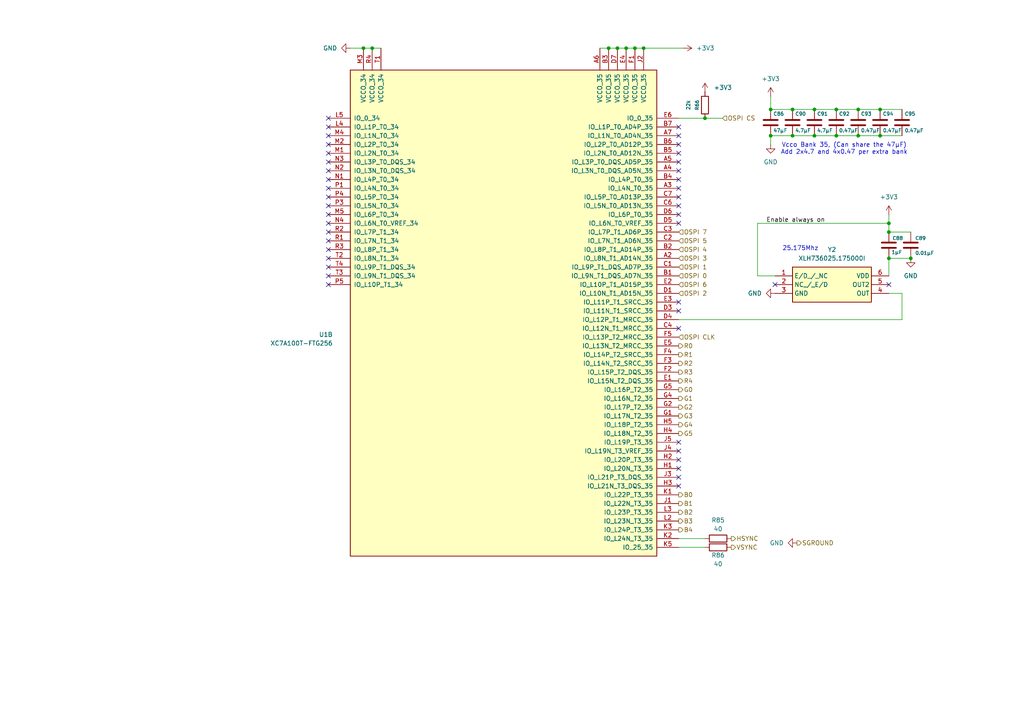
<source format=kicad_sch>
(kicad_sch (version 20250114) (generator "eeschema") (generator_version "9.0")
  (paper "A4")
  (lib_symbols
    (symbol "Device:C" (pin_numbers (hide yes)) (pin_names (offset 0.254))
      (property "Reference" "C" (at 0.635 2.54 0))
      (property "Value" "C" (at 0.635 -2.54 0))
      (symbol "C_0_1"
        (polyline (pts (xy -2.032 0.762) (xy 2.032 0.762)) (stroke (width 0.508)))
        (polyline (pts (xy -2.032 -0.762) (xy 2.032 -0.762)) (stroke (width 0.508)))
      )
      (symbol "C_1_1"
        (pin passive line (at 0 3.81 270) (length 2.794) (name "~") (number "1"))
        (pin passive line (at 0 -3.81 90) (length 2.794) (name "~") (number "2"))
      )
    )
    (symbol "Device:R" (pin_numbers (hide yes)) (pin_names (offset 0))
      (property "Reference" "R" (at 2.032 0 90))
      (property "Value" "R" (at 0 0 90))
      (symbol "R_0_1"
        (rectangle (start -1.016 -2.54) (end 1.016 2.54) (stroke (width 0.254)))
      )
      (symbol "R_1_1"
        (pin passive line (at 0 3.81 270) (length 1.27) (name "~") (number "1"))
        (pin passive line (at 0 -3.81 90) (length 1.27) (name "~") (number "2"))
      )
    )
    (symbol "FPGA_Xilinx_Artix7:XC7A100T-FTG256" (pin_names (offset 1.016))
      (property "Reference" "U1" (at -33.02 -1.9049 0))
      (property "Value" "XC7A100T-FTG256" (at -33.02 -4.4449 0))
      (symbol "XC7A100T-FTG256_1_1"
        (rectangle (start -44.45 67.31) (end 44.45 -73.66) (stroke (width 0.254)) (fill (type background)))
        (pin bidirectional line (at -50.8 53.34 0) (length 6.35) (name "IO_0_14") (number "K12"))
        (pin bidirectional line (at -50.8 50.8 0) (length 6.35) (name "IO_L1P_T0_D00_MOSI_14") (number "J13"))
        (pin bidirectional line (at -50.8 48.26 0) (length 6.35) (name "IO_L1N_T0_D01_DIN_14") (number "J14"))
        (pin bidirectional line (at -50.8 45.72 0) (length 6.35) (name "IO_L2P_T0_D02_14") (number "K15"))
        (pin bidirectional line (at -50.8 43.18 0) (length 6.35) (name "IO_L2N_T0_D03_14") (number "K16"))
        (pin bidirectional line (at -50.8 40.64 0) (length 6.35) (name "IO_L3P_T0_DQS_PUDC_B_14") (number "L15"))
        (pin bidirectional line (at -50.8 38.1 0) (length 6.35) (name "IO_L3N_T0_DQS_EMCCLK_14") (number "M15"))
        (pin bidirectional line (at -50.8 35.56 0) (length 6.35) (name "IO_L4P_T0_D04_14") (number "L14"))
        (pin bidirectional line (at -50.8 33.02 0) (length 6.35) (name "IO_L4N_T0_D05_14") (number "M14"))
        (pin bidirectional line (at -50.8 30.48 0) (length 6.35) (name "IO_L5P_T0_D06_14") (number "K13"))
        (pin bidirectional line (at -50.8 27.94 0) (length 6.35) (name "IO_L5N_T0_D07_14") (number "L13"))
        (pin bidirectional line (at -50.8 25.4 0) (length 6.35) (name "IO_L6P_T0_FCS_B_14") (number "L12"))
        (pin bidirectional line (at -50.8 22.86 0) (length 6.35) (name "IO_L6N_T0_D08_VREF_14") (number "M12"))
        (pin bidirectional line (at -50.8 20.32 0) (length 6.35) (name "IO_L7P_T1_D09_14") (number "M16"))
        (pin bidirectional line (at -50.8 17.78 0) (length 6.35) (name "IO_L7N_T1_D10_14") (number "N16"))
        (pin bidirectional line (at -50.8 15.24 0) (length 6.35) (name "IO_L8P_T1_D11_14") (number "P15"))
        (pin bidirectional line (at -50.8 12.7 0) (length 6.35) (name "IO_L8N_T1_D12_14") (number "P16"))
        (pin bidirectional line (at -50.8 10.16 0) (length 6.35) (name "IO_L9P_T1_DQS_14") (number "R15"))
        (pin bidirectional line (at -50.8 7.62 0) (length 6.35) (name "IO_L9N_T1_DQS_D13_14") (number "R16"))
        (pin bidirectional line (at -50.8 5.08 0) (length 6.35) (name "IO_L10P_T1_D14_14") (number "T14"))
        (pin bidirectional line (at -50.8 2.54 0) (length 6.35) (name "IO_L10N_T1_D15_14") (number "T15"))
        (pin bidirectional line (at -50.8 0 0) (length 6.35) (name "IO_L11P_T1_SRCC_14") (number "N13"))
        (pin bidirectional line (at -50.8 -2.54 0) (length 6.35) (name "IO_L11N_T1_SRCC_14") (number "P13"))
        (pin bidirectional line (at -50.8 -5.08 0) (length 6.35) (name "IO_L12P_T1_MRCC_14") (number "N14"))
        (pin bidirectional line (at -50.8 -7.62 0) (length 6.35) (name "IO_L12N_T1_MRCC_14") (number "P14"))
        (pin bidirectional line (at -50.8 -10.16 0) (length 6.35) (name "IO_L13P_T2_MRCC_14") (number "N11"))
        (pin bidirectional line (at -50.8 -12.7 0) (length 6.35) (name "IO_L13N_T2_MRCC_14") (number "N12"))
        (pin bidirectional line (at -50.8 -15.24 0) (length 6.35) (name "IO_L14P_T2_SRCC_14") (number "P10"))
        (pin bidirectional line (at -50.8 -17.78 0) (length 6.35) (name "IO_L14N_T2_SRCC_14") (number "P11"))
        (pin bidirectional line (at -50.8 -20.32 0) (length 6.35) (name "IO_L15P_T2_DQS_RDWR_B_14") (number "R12"))
        (pin bidirectional line (at -50.8 -22.86 0) (length 6.35) (name "IO_L15N_T2_DQS_DOUT_CSO_B_14") (number "T12"))
        (pin bidirectional line (at -50.8 -25.4 0) (length 6.35) (name "IO_L16P_T2_CSI_B_14") (number "R13"))
        (pin bidirectional line (at -50.8 -27.94 0) (length 6.35) (name "IO_L16N_T2_A15_D31_14") (number "T13"))
        (pin bidirectional line (at -50.8 -30.48 0) (length 6.35) (name "IO_L17P_T2_A14_D30_14") (number "R10"))
        (pin bidirectional line (at -50.8 -33.02 0) (length 6.35) (name "IO_L17N_T2_A13_D29_14") (number "R11"))
        (pin bidirectional line (at -50.8 -35.56 0) (length 6.35) (name "IO_L18P_T2_A12_D28_14") (number "N9"))
        (pin bidirectional line (at -50.8 -38.1 0) (length 6.35) (name "IO_L18N_T2_A11_D27_14") (number "P9"))
        (pin bidirectional line (at -50.8 -40.64 0) (length 6.35) (name "IO_L19P_T3_A10_D26_14") (number "M6"))
        (pin bidirectional line (at -50.8 -43.18 0) (length 6.35) (name "IO_L19N_T3_A09_D25_VREF_14") (number "N6"))
        (pin bidirectional line (at -50.8 -45.72 0) (length 6.35) (name "IO_L20P_T3_A08_D24_14") (number "P8"))
        (pin bidirectional line (at -50.8 -48.26 0) (length 6.35) (name "IO_L20N_T3_A07_D23_14") (number "R8"))
        (pin bidirectional line (at -50.8 -50.8 0) (length 6.35) (name "IO_L21P_T3_DQS_14") (number "T7"))
        (pin bidirectional line (at -50.8 -53.34 0) (length 6.35) (name "IO_L21N_T3_DQS_A06_D22_14") (number "T8"))
        (pin bidirectional line (at -50.8 -55.88 0) (length 6.35) (name "IO_L22P_T3_A05_D21_14") (number "T9"))
        (pin bidirectional line (at -50.8 -58.42 0) (length 6.35) (name "IO_L22N_T3_A04_D20_14") (number "T10"))
        (pin bidirectional line (at -50.8 -60.96 0) (length 6.35) (name "IO_L23P_T3_A03_D19_14") (number "R5"))
        (pin bidirectional line (at -50.8 -63.5 0) (length 6.35) (name "IO_L23N_T3_A02_D18_14") (number "T5"))
        (pin bidirectional line (at -50.8 -66.04 0) (length 6.35) (name "IO_L24P_T3_A01_D17_14") (number "R6"))
        (pin bidirectional line (at -50.8 -68.58 0) (length 6.35) (name "IO_L24N_T3_A00_D16_14") (number "R7"))
        (pin bidirectional line (at -50.8 -71.12 0) (length 6.35) (name "IO_25_14") (number "P6"))
        (pin power_in line (at -40.64 73.66 270) (length 6.35) (name "VCCO_14") (number "L16"))
        (pin power_in line (at -38.1 73.66 270) (length 6.35) (name "VCCO_14") (number "M13"))
        (pin power_in line (at -35.56 73.66 270) (length 6.35) (name "VCCO_14") (number "N10"))
        (pin power_in line (at -33.02 73.66 270) (length 6.35) (name "VCCO_14") (number "P7"))
        (pin power_in line (at -30.48 73.66 270) (length 6.35) (name "VCCO_14") (number "R14"))
        (pin power_in line (at -27.94 73.66 270) (length 6.35) (name "VCCO_14") (number "T11"))
        (pin power_in line (at 27.94 73.66 270) (length 6.35) (name "VCCO_15") (number "A16"))
        (pin power_in line (at 30.48 73.66 270) (length 6.35) (name "VCCO_15") (number "B13"))
        (pin power_in line (at 33.02 73.66 270) (length 6.35) (name "VCCO_15") (number "C10"))
        (pin power_in line (at 35.56 73.66 270) (length 6.35) (name "VCCO_15") (number "E14"))
        (pin power_in line (at 38.1 73.66 270) (length 6.35) (name "VCCO_15") (number "H15"))
        (pin power_in line (at 40.64 73.66 270) (length 6.35) (name "VCCO_15") (number "J12"))
        (pin bidirectional line (at 50.8 53.34 180) (length 6.35) (name "IO_0_15") (number "D10"))
        (pin bidirectional line (at 50.8 50.8 180) (length 6.35) (name "IO_L1P_T0_AD0P_15") (number "C8"))
        (pin bidirectional line (at 50.8 48.26 180) (length 6.35) (name "IO_L1N_T0_AD0N_15") (number "C9"))
        (pin bidirectional line (at 50.8 45.72 180) (length 6.35) (name "IO_L2P_T0_AD8P_15") (number "A8"))
        (pin bidirectional line (at 50.8 43.18 180) (length 6.35) (name "IO_L2N_T0_AD8N_15") (number "A9"))
        (pin bidirectional line (at 50.8 40.64 180) (length 6.35) (name "IO_L3P_T0_DQS_AD1P_15") (number "B9"))
        (pin bidirectional line (at 50.8 38.1 180) (length 6.35) (name "IO_L3N_T0_DQS_AD1N_15") (number "A10"))
        (pin bidirectional line (at 50.8 35.56 180) (length 6.35) (name "IO_L4P_T0_15") (number "B10"))
        (pin bidirectional line (at 50.8 33.02 180) (length 6.35) (name "IO_L4N_T0_15") (number "B11"))
        (pin bidirectional line (at 50.8 30.48 180) (length 6.35) (name "IO_L5P_T0_AD9P_15") (number "B12"))
        (pin bidirectional line (at 50.8 27.94 180) (length 6.35) (name "IO_L5N_T0_AD9N_15") (number "A12"))
        (pin bidirectional line (at 50.8 25.4 180) (length 6.35) (name "IO_L6P_T0_15") (number "D8"))
        (pin bidirectional line (at 50.8 22.86 180) (length 6.35) (name "IO_L6N_T0_VREF_15") (number "D9"))
        (pin bidirectional line (at 50.8 20.32 180) (length 6.35) (name "IO_L7P_T1_AD2P_15") (number "A13"))
        (pin bidirectional line (at 50.8 17.78 180) (length 6.35) (name "IO_L7N_T1_AD2N_15") (number "A14"))
        (pin bidirectional line (at 50.8 15.24 180) (length 6.35) (name "IO_L8P_T1_AD10P_15") (number "C14"))
        (pin bidirectional line (at 50.8 12.7 180) (length 6.35) (name "IO_L8N_T1_AD10N_15") (number "B14"))
        (pin bidirectional line (at 50.8 10.16 180) (length 6.35) (name "IO_L9P_T1_DQS_AD3P_15") (number "B15"))
        (pin bidirectional line (at 50.8 7.62 180) (length 6.35) (name "IO_L9N_T1_DQS_AD3N_15") (number "A15"))
        (pin bidirectional line (at 50.8 5.08 180) (length 6.35) (name "IO_L10P_T1_AD11P_15") (number "C16"))
        (pin bidirectional line (at 50.8 2.54 180) (length 6.35) (name "IO_L10N_T1_AD11N_15") (number "B16"))
        (pin bidirectional line (at 50.8 0 180) (length 6.35) (name "IO_L11P_T1_SRCC_15") (number "C11"))
        (pin bidirectional line (at 50.8 -2.54 180) (length 6.35) (name "IO_L11N_T1_SRCC_15") (number "C12"))
        (pin bidirectional line (at 50.8 -5.08 180) (length 6.35) (name "IO_L12P_T1_MRCC_15") (number "D13"))
        (pin bidirectional line (at 50.8 -7.62 180) (length 6.35) (name "IO_L12N_T1_MRCC_15") (number "C13"))
        (pin bidirectional line (at 50.8 -10.16 180) (length 6.35) (name "IO_L13P_T2_MRCC_15") (number "E12"))
        (pin bidirectional line (at 50.8 -12.7 180) (length 6.35) (name "IO_L13N_T2_MRCC_15") (number "E13"))
        (pin bidirectional line (at 50.8 -15.24 180) (length 6.35) (name "IO_L14P_T2_SRCC_15") (number "E11"))
        (pin bidirectional line (at 50.8 -17.78 180) (length 6.35) (name "IO_L14N_T2_SRCC_15") (number "D11"))
        (pin bidirectional line (at 50.8 -20.32 180) (length 6.35) (name "IO_L15P_T2_DQS_15") (number "D14"))
        (pin bidirectional line (at 50.8 -22.86 180) (length 6.35) (name "IO_L15N_T2_DQS_ADV_B_15") (number "D15"))
        (pin bidirectional line (at 50.8 -25.4 180) (length 6.35) (name "IO_L16P_T2_A28_15") (number "F12"))
        (pin bidirectional line (at 50.8 -27.94 180) (length 6.35) (name "IO_L16N_T2_A27_15") (number "F13"))
        (pin bidirectional line (at 50.8 -30.48 180) (length 6.35) (name "IO_L17P_T2_A26_15") (number "E16"))
        (pin bidirectional line (at 50.8 -33.02 180) (length 6.35) (name "IO_L17N_T2_A25_15") (number "D16"))
        (pin bidirectional line (at 50.8 -35.56 180) (length 6.35) (name "IO_L18P_T2_A24_15") (number "F15"))
        (pin bidirectional line (at 50.8 -38.1 180) (length 6.35) (name "IO_L18N_T2_A23_15") (number "E15"))
        (pin bidirectional line (at 50.8 -40.64 180) (length 6.35) (name "IO_L19P_T3_A22_15") (number "H11"))
        (pin bidirectional line (at 50.8 -43.18 180) (length 6.35) (name "IO_L19N_T3_A21_VREF_15") (number "G12"))
        (pin bidirectional line (at 50.8 -45.72 180) (length 6.35) (name "IO_L20P_T3_A20_15") (number "H12"))
        (pin bidirectional line (at 50.8 -48.26 180) (length 6.35) (name "IO_L20N_T3_A19_15") (number "H13"))
        (pin bidirectional line (at 50.8 -50.8 180) (length 6.35) (name "IO_L21P_T3_DQS_15") (number "G14"))
        (pin bidirectional line (at 50.8 -53.34 180) (length 6.35) (name "IO_L21N_T3_DQS_A18_15") (number "F14"))
        (pin bidirectional line (at 50.8 -55.88 180) (length 6.35) (name "IO_L22P_T3_A17_15") (number "H16"))
        (pin bidirectional line (at 50.8 -58.42 180) (length 6.35) (name "IO_L22N_T3_A16_15") (number "G16"))
        (pin bidirectional line (at 50.8 -60.96 180) (length 6.35) (name "IO_L23P_T3_FOE_B_15") (number "J15"))
        (pin bidirectional line (at 50.8 -63.5 180) (length 6.35) (name "IO_L23N_T3_FWE_B_15") (number "J16"))
        (pin bidirectional line (at 50.8 -66.04 180) (length 6.35) (name "IO_L24P_T3_RS1_15") (number "H14"))
        (pin bidirectional line (at 50.8 -68.58 180) (length 6.35) (name "IO_L24N_T3_RS0_15") (number "G15"))
        (pin bidirectional line (at 50.8 -71.12 180) (length 6.35) (name "IO_25_15") (number "G11"))
      )
      (symbol "XC7A100T-FTG256_2_1"
        (rectangle (start -44.45 67.31) (end 44.45 -73.66) (stroke (width 0.254)) (fill (type background)))
        (pin bidirectional line (at -50.8 53.34 0) (length 6.35) (name "IO_0_34") (number "L5"))
        (pin bidirectional line (at -50.8 50.8 0) (length 6.35) (name "IO_L1P_T0_34") (number "L4"))
        (pin bidirectional line (at -50.8 48.26 0) (length 6.35) (name "IO_L1N_T0_34") (number "M4"))
        (pin bidirectional line (at -50.8 45.72 0) (length 6.35) (name "IO_L2P_T0_34") (number "M2"))
        (pin bidirectional line (at -50.8 43.18 0) (length 6.35) (name "IO_L2N_T0_34") (number "M1"))
        (pin bidirectional line (at -50.8 40.64 0) (length 6.35) (name "IO_L3P_T0_DQS_34") (number "N3"))
        (pin bidirectional line (at -50.8 38.1 0) (length 6.35) (name "IO_L3N_T0_DQS_34") (number "N2"))
        (pin bidirectional line (at -50.8 35.56 0) (length 6.35) (name "IO_L4P_T0_34") (number "N1"))
        (pin bidirectional line (at -50.8 33.02 0) (length 6.35) (name "IO_L4N_T0_34") (number "P1"))
        (pin bidirectional line (at -50.8 30.48 0) (length 6.35) (name "IO_L5P_T0_34") (number "P4"))
        (pin bidirectional line (at -50.8 27.94 0) (length 6.35) (name "IO_L5N_T0_34") (number "P3"))
        (pin bidirectional line (at -50.8 25.4 0) (length 6.35) (name "IO_L6P_T0_34") (number "M5"))
        (pin bidirectional line (at -50.8 22.86 0) (length 6.35) (name "IO_L6N_T0_VREF_34") (number "N4"))
        (pin bidirectional line (at -50.8 20.32 0) (length 6.35) (name "IO_L7P_T1_34") (number "R2"))
        (pin bidirectional line (at -50.8 17.78 0) (length 6.35) (name "IO_L7N_T1_34") (number "R1"))
        (pin bidirectional line (at -50.8 15.24 0) (length 6.35) (name "IO_L8P_T1_34") (number "R3"))
        (pin bidirectional line (at -50.8 12.7 0) (length 6.35) (name "IO_L8N_T1_34") (number "T2"))
        (pin bidirectional line (at -50.8 10.16 0) (length 6.35) (name "IO_L9P_T1_DQS_34") (number "T4"))
        (pin bidirectional line (at -50.8 7.62 0) (length 6.35) (name "IO_L9N_T1_DQS_34") (number "T3"))
        (pin bidirectional line (at -50.8 5.08 0) (length 6.35) (name "IO_L10P_T1_34") (number "P5"))
        (pin power_in line (at -40.64 73.66 270) (length 6.35) (name "VCCO_34") (number "M3"))
        (pin power_in line (at -38.1 73.66 270) (length 6.35) (name "VCCO_34") (number "R4"))
        (pin power_in line (at -35.56 73.66 270) (length 6.35) (name "VCCO_34") (number "T1"))
        (pin power_in line (at 27.94 73.66 270) (length 6.35) (name "VCCO_35") (number "A6"))
        (pin power_in line (at 30.48 73.66 270) (length 6.35) (name "VCCO_35") (number "B3"))
        (pin power_in line (at 33.02 73.66 270) (length 6.35) (name "VCCO_35") (number "D7"))
        (pin power_in line (at 35.56 73.66 270) (length 6.35) (name "VCCO_35") (number "E4"))
        (pin power_in line (at 38.1 73.66 270) (length 6.35) (name "VCCO_35") (number "F1"))
        (pin power_in line (at 40.64 73.66 270) (length 6.35) (name "VCCO_35") (number "J2"))
        (pin bidirectional line (at 50.8 53.34 180) (length 6.35) (name "IO_0_35") (number "E6"))
        (pin bidirectional line (at 50.8 50.8 180) (length 6.35) (name "IO_L1P_T0_AD4P_35") (number "B7"))
        (pin bidirectional line (at 50.8 48.26 180) (length 6.35) (name "IO_L1N_T0_AD4N_35") (number "A7"))
        (pin bidirectional line (at 50.8 45.72 180) (length 6.35) (name "IO_L2P_T0_AD12P_35") (number "B6"))
        (pin bidirectional line (at 50.8 43.18 180) (length 6.35) (name "IO_L2N_T0_AD12N_35") (number "B5"))
        (pin bidirectional line (at 50.8 40.64 180) (length 6.35) (name "IO_L3P_T0_DQS_AD5P_35") (number "A5"))
        (pin bidirectional line (at 50.8 38.1 180) (length 6.35) (name "IO_L3N_T0_DQS_AD5N_35") (number "A4"))
        (pin bidirectional line (at 50.8 35.56 180) (length 6.35) (name "IO_L4P_T0_35") (number "B4"))
        (pin bidirectional line (at 50.8 33.02 180) (length 6.35) (name "IO_L4N_T0_35") (number "A3"))
        (pin bidirectional line (at 50.8 30.48 180) (length 6.35) (name "IO_L5P_T0_AD13P_35") (number "C7"))
        (pin bidirectional line (at 50.8 27.94 180) (length 6.35) (name "IO_L5N_T0_AD13N_35") (number "C6"))
        (pin bidirectional line (at 50.8 25.4 180) (length 6.35) (name "IO_L6P_T0_35") (number "D6"))
        (pin bidirectional line (at 50.8 22.86 180) (length 6.35) (name "IO_L6N_T0_VREF_35") (number "D5"))
        (pin bidirectional line (at 50.8 20.32 180) (length 6.35) (name "IO_L7P_T1_AD6P_35") (number "C3"))
        (pin bidirectional line (at 50.8 17.78 180) (length 6.35) (name "IO_L7N_T1_AD6N_35") (number "C2"))
        (pin bidirectional line (at 50.8 15.24 180) (length 6.35) (name "IO_L8P_T1_AD14P_35") (number "B2"))
        (pin bidirectional line (at 50.8 12.7 180) (length 6.35) (name "IO_L8N_T1_AD14N_35") (number "A2"))
        (pin bidirectional line (at 50.8 10.16 180) (length 6.35) (name "IO_L9P_T1_DQS_AD7P_35") (number "C1"))
        (pin bidirectional line (at 50.8 7.62 180) (length 6.35) (name "IO_L9N_T1_DQS_AD7N_35") (number "B1"))
        (pin bidirectional line (at 50.8 5.08 180) (length 6.35) (name "IO_L10P_T1_AD15P_35") (number "E2"))
        (pin bidirectional line (at 50.8 2.54 180) (length 6.35) (name "IO_L10N_T1_AD15N_35") (number "D1"))
        (pin bidirectional line (at 50.8 0 180) (length 6.35) (name "IO_L11P_T1_SRCC_35") (number "E3"))
        (pin bidirectional line (at 50.8 -2.54 180) (length 6.35) (name "IO_L11N_T1_SRCC_35") (number "D3"))
        (pin bidirectional line (at 50.8 -5.08 180) (length 6.35) (name "IO_L12P_T1_MRCC_35") (number "D4"))
        (pin bidirectional line (at 50.8 -7.62 180) (length 6.35) (name "IO_L12N_T1_MRCC_35") (number "C4"))
        (pin bidirectional line (at 50.8 -10.16 180) (length 6.35) (name "IO_L13P_T2_MRCC_35") (number "F5"))
        (pin bidirectional line (at 50.8 -12.7 180) (length 6.35) (name "IO_L13N_T2_MRCC_35") (number "E5"))
        (pin bidirectional line (at 50.8 -15.24 180) (length 6.35) (name "IO_L14P_T2_SRCC_35") (number "F4"))
        (pin bidirectional line (at 50.8 -17.78 180) (length 6.35) (name "IO_L14N_T2_SRCC_35") (number "F3"))
        (pin bidirectional line (at 50.8 -20.32 180) (length 6.35) (name "IO_L15P_T2_DQS_35") (number "F2"))
        (pin bidirectional line (at 50.8 -22.86 180) (length 6.35) (name "IO_L15N_T2_DQS_35") (number "E1"))
        (pin bidirectional line (at 50.8 -25.4 180) (length 6.35) (name "IO_L16P_T2_35") (number "G5"))
        (pin bidirectional line (at 50.8 -27.94 180) (length 6.35) (name "IO_L16N_T2_35") (number "G4"))
        (pin bidirectional line (at 50.8 -30.48 180) (length 6.35) (name "IO_L17P_T2_35") (number "G2"))
        (pin bidirectional line (at 50.8 -33.02 180) (length 6.35) (name "IO_L17N_T2_35") (number "G1"))
        (pin bidirectional line (at 50.8 -35.56 180) (length 6.35) (name "IO_L18P_T2_35") (number "H5"))
        (pin bidirectional line (at 50.8 -38.1 180) (length 6.35) (name "IO_L18N_T2_35") (number "H4"))
        (pin bidirectional line (at 50.8 -40.64 180) (length 6.35) (name "IO_L19P_T3_35") (number "J5"))
        (pin bidirectional line (at 50.8 -43.18 180) (length 6.35) (name "IO_L19N_T3_VREF_35") (number "J4"))
        (pin bidirectional line (at 50.8 -45.72 180) (length 6.35) (name "IO_L20P_T3_35") (number "H2"))
        (pin bidirectional line (at 50.8 -48.26 180) (length 6.35) (name "IO_L20N_T3_35") (number "H1"))
        (pin bidirectional line (at 50.8 -50.8 180) (length 6.35) (name "IO_L21P_T3_DQS_35") (number "J3"))
        (pin bidirectional line (at 50.8 -53.34 180) (length 6.35) (name "IO_L21N_T3_DQS_35") (number "H3"))
        (pin bidirectional line (at 50.8 -55.88 180) (length 6.35) (name "IO_L22P_T3_35") (number "K1"))
        (pin bidirectional line (at 50.8 -58.42 180) (length 6.35) (name "IO_L22N_T3_35") (number "J1"))
        (pin bidirectional line (at 50.8 -60.96 180) (length 6.35) (name "IO_L23P_T3_35") (number "L3"))
        (pin bidirectional line (at 50.8 -63.5 180) (length 6.35) (name "IO_L23N_T3_35") (number "L2"))
        (pin bidirectional line (at 50.8 -66.04 180) (length 6.35) (name "IO_L24P_T3_35") (number "K3"))
        (pin bidirectional line (at 50.8 -68.58 180) (length 6.35) (name "IO_L24N_T3_35") (number "K2"))
        (pin bidirectional line (at 50.8 -71.12 180) (length 6.35) (name "IO_25_35") (number "K5"))
      )
      (symbol "XC7A100T-FTG256_3_1"
        (rectangle (start -31.75 34.29) (end 31.75 -40.64) (stroke (width 0.254)) (fill (type background)))
        (pin bidirectional line (at 2.54 34.29 270) (length 6.35) (name "CCLK_0") (number "E8"))
        (pin bidirectional line (at 22.8599 40.5705 270) (length 6.35) (name "CFGBVS_0") (number "E7"))
        (pin power_in line (at 27.94 40.64 270) (length 6.35) (name "VCCO_0") (number "L6"))
        (pin bidirectional line (at 38.1 20.32 180) (length 6.35) (name "TDI_0") (number "N7"))
        (pin bidirectional line (at 38.1 17.78 180) (length 6.35) (name "TDO_0") (number "N8"))
        (pin bidirectional line (at 38.1 15.24 180) (length 6.35) (name "TMS_0") (number "M7"))
        (pin bidirectional line (at 38.1 12.7 180) (length 6.35) (name "TCK_0") (number "L7"))
        (pin bidirectional line (at 38.1 5.08 180) (length 6.35) (name "M0_0") (number "M9"))
        (pin bidirectional line (at 38.1 2.54 180) (length 6.35) (name "M1_0") (number "M10"))
        (pin bidirectional line (at 38.1 0 180) (length 6.35) (name "M2_0") (number "M11"))
        (pin bidirectional line (at 38.1 -5.08 180) (length 6.35) (name "DONE_0") (number "H10"))
        (pin bidirectional line (at 38.1 -7.62 180) (length 6.35) (name "INIT_B_0") (number "K10"))
        (pin bidirectional line (at 38.1 -10.16 180) (length 6.35) (name "PROGRAM_B_0") (number "L9"))
        (pin bidirectional line (at 38.1 -20.32 180) (length 6.35) (name "VP_0") (number "H8"))
        (pin bidirectional line (at 38.1 -22.86 180) (length 6.35) (name "VN_0") (number "J7"))
        (pin bidirectional line (at 38.1 -27.94 180) (length 6.35) (name "VREFP_0") (number "J8"))
        (pin bidirectional line (at 38.1 -30.48 180) (length 6.35) (name "VREFN_0") (number "H7"))
        (pin bidirectional line (at 38.1 -35.56 180) (length 6.35) (name "DXP_0") (number "K8"))
        (pin bidirectional line (at 38.1 -38.1 180) (length 6.35) (name "DXN_0") (number "K7"))
      )
      (symbol "XC7A100T-FTG256_4_1"
        (rectangle (start -19.05 35.56) (end 19.05 -35.56) (stroke (width 0.254)) (fill (type background)))
        (pin power_in line (at -25.4 33.02 0) (length 6.35) (name "VCCAUX") (number "G10"))
        (pin power_in line (at -25.4 30.48 0) (length 6.35) (name "VCCAUX") (number "J10"))
        (pin power_in line (at -25.4 27.94 0) (length 6.35) (name "VCCAUX") (number "K11"))
        (pin power_in line (at -25.4 25.4 0) (length 6.35) (name "VCCAUX") (number "L10"))
        (pin power_in line (at -25.4 20.32 0) (length 6.35) (name "GNDADC_0") (number "G7"))
        (pin power_in line (at -25.4 17.78 0) (length 6.35) (name "VCCADC_0") (number "G8"))
        (pin power_in line (at -25.4 15.24 0) (length 6.35) (name "VCCBATT_0") (number "F8"))
        (pin power_in line (at -25.4 12.7 0) (length 6.35) (name "VCCBRAM") (number "E10"))
        (pin power_in line (at -25.4 10.16 0) (length 6.35) (name "VCCBRAM") (number "F11"))
        (pin power_in line (at -25.4 2.54 0) (length 6.35) (name "GND") (number "A1"))
        (pin power_in line (at -25.4 0 0) (length 6.35) (name "GND") (number "A11"))
        (pin power_in line (at -25.4 -2.54 0) (length 6.35) (name "GND") (number "B8"))
        (pin power_in line (at -25.4 -5.08 0) (length 6.35) (name "GND") (number "C5"))
        (pin power_in line (at -25.4 -7.62 0) (length 6.35) (name "GND") (number "C15"))
        (pin power_in line (at -25.4 -10.16 0) (length 6.35) (name "GND") (number "D2"))
        (pin power_in line (at -25.4 -12.7 0) (length 6.35) (name "GND") (number "D12"))
        (pin power_in line (at -25.4 -15.24 0) (length 6.35) (name "GND") (number "E9"))
        (pin power_in line (at -25.4 -17.78 0) (length 6.35) (name "GND") (number "F6"))
        (pin power_in line (at -25.4 -20.32 0) (length 6.35) (name "GND") (number "F10"))
        (pin power_in line (at -25.4 -22.86 0) (length 6.35) (name "GND") (number "F16"))
        (pin power_in line (at -25.4 -25.4 0) (length 6.35) (name "GND") (number "G3"))
        (pin power_in line (at -25.4 -27.94 0) (length 6.35) (name "GND") (number "G9"))
        (pin power_in line (at -25.4 -30.48 0) (length 6.35) (name "GND") (number "G13"))
        (pin power_in line (at -25.4 -33.02 0) (length 6.35) (name "GND") (number "H6"))
        (pin power_in line (at 25.4 33.02 180) (length 6.35) (name "VCCINT") (number "F7"))
        (pin power_in line (at 25.4 30.48 180) (length 6.35) (name "VCCINT") (number "F9"))
        (pin power_in line (at 25.4 27.94 180) (length 6.35) (name "VCCINT") (number "G6"))
        (pin power_in line (at 25.4 25.4 180) (length 6.35) (name "VCCINT") (number "H9"))
        (pin power_in line (at 25.4 22.86 180) (length 6.35) (name "VCCINT") (number "J6"))
        (pin power_in line (at 25.4 20.32 180) (length 6.35) (name "VCCINT") (number "K9"))
        (pin power_in line (at 25.4 17.78 180) (length 6.35) (name "VCCINT") (number "L8"))
        (pin power_in line (at 25.4 2.54 180) (length 6.35) (name "GND") (number "J9"))
        (pin power_in line (at 25.4 0 180) (length 6.35) (name "GND") (number "J11"))
        (pin power_in line (at 25.4 -2.54 180) (length 6.35) (name "GND") (number "K4"))
        (pin power_in line (at 25.4 -5.08 180) (length 6.35) (name "GND") (number "K6"))
        (pin power_in line (at 25.4 -7.62 180) (length 6.35) (name "GND") (number "K14"))
        (pin power_in line (at 25.4 -10.16 180) (length 6.35) (name "GND") (number "L1"))
        (pin power_in line (at 25.4 -12.7 180) (length 6.35) (name "GND") (number "L11"))
        (pin power_in line (at 25.4 -15.24 180) (length 6.35) (name "GND") (number "M8"))
        (pin power_in line (at 25.4 -17.78 180) (length 6.35) (name "GND") (number "N5"))
        (pin power_in line (at 25.4 -20.32 180) (length 6.35) (name "GND") (number "N15"))
        (pin power_in line (at 25.4 -22.86 180) (length 6.35) (name "GND") (number "P2"))
        (pin power_in line (at 25.4 -25.4 180) (length 6.35) (name "GND") (number "P12"))
        (pin power_in line (at 25.4 -27.94 180) (length 6.35) (name "GND") (number "R9"))
        (pin power_in line (at 25.4 -30.48 180) (length 6.35) (name "GND") (number "T6"))
        (pin power_in line (at 25.4 -33.02 180) (length 6.35) (name "GND") (number "T16"))
      )
    )
    (symbol "XLH736025_175000I:XLH736025.175000I"
      (property "Reference" "Y" (at 29.21 7.62 0))
      (property "Value" "XLH736025.175000I" (at 29.21 5.08 0))
      (symbol "XLH736025.175000I_1_1"
        (rectangle (start 5.08 2.54) (end 27.94 -7.62) (stroke (width 0.254)) (fill (type background)))
        (pin passive line (at 0 0 0) (length 5.08) (name "E/D_/_NC") (number "1"))
        (pin passive line (at 0 -2.54 0) (length 5.08) (name "NC_/_E/D") (number "2"))
        (pin passive line (at 0 -5.08 0) (length 5.08) (name "GND") (number "3"))
        (pin passive line (at 33.02 0 180) (length 5.08) (name "VDD") (number "6"))
        (pin passive line (at 33.02 -2.54 180) (length 5.08) (name "OUT2") (number "5"))
        (pin passive line (at 33.02 -5.08 180) (length 5.08) (name "OUT") (number "4"))
      )
    )
    (symbol "power:+3V3" (power) (pin_numbers (hide yes)) (pin_names (offset 0) (hide yes))
      (property "Value" "+3V3" (at 0 3.556 0))
      (symbol "+3V3_0_1"
        (polyline (pts (xy -0.762 1.27) (xy 0 2.54)))
        (polyline (pts (xy 0 2.54) (xy 0.762 1.27)))
        (polyline (pts (xy 0 0) (xy 0 2.54)))
      )
      (symbol "+3V3_1_1"
        (pin power_in line (at 0 0 90) (length 0) (name "~") (number "1"))
      )
    )
    (symbol "power:GND" (power) (pin_numbers (hide yes)) (pin_names (offset 0) (hide yes))
      (property "Value" "GND" (at 0 -3.81 0))
      (symbol "GND_0_1"
        (polyline (pts (xy 0 0) (xy 0 -1.27) (xy 1.27 -1.27) (xy 0 -2.54) (xy -1.27 -1.27) (xy 0 -1.27)))
      )
      (symbol "GND_1_1"
        (pin power_in line (at 0 0 270) (length 0) (name "~") (number "1"))
      )
    )
  )
  (text "25.175Mhz" (at 232.156 72.136 0) (effects (font (size 1.27 1.27))))
  (text "Vcco Bank 35, (Can share the 47µF)\nAdd 2x4.7 and 4x0.47 per extra bank" (at 244.856 43.18 0) (effects (font (size 1.27 1.27))))
  (junction (at 236.22 39.37))
  (junction (at 176.53 13.97))
  (junction (at 223.52 39.37))
  (junction (at 248.92 31.75))
  (junction (at 242.57 39.37))
  (junction (at 107.95 13.97))
  (junction (at 186.69 13.97))
  (junction (at 236.22 31.75))
  (junction (at 181.61 13.97))
  (junction (at 223.52 31.75))
  (junction (at 257.81 64.77))
  (junction (at 242.57 31.75))
  (junction (at 184.15 13.97))
  (junction (at 255.27 39.37))
  (junction (at 229.87 39.37))
  (junction (at 248.92 39.37))
  (junction (at 105.41 13.97))
  (junction (at 257.81 67.31))
  (junction (at 257.81 74.93))
  (junction (at 179.07 13.97))
  (junction (at 204.47 34.29))
  (junction (at 264.16 74.93))
  (junction (at 229.87 31.75))
  (junction (at 255.27 31.75))
  (no_connect (at 196.85 62.23))
  (no_connect (at 196.85 59.69))
  (no_connect (at 95.25 54.61))
  (no_connect (at 95.25 39.37))
  (no_connect (at 196.85 36.83))
  (no_connect (at 95.25 46.99))
  (no_connect (at 95.25 62.23))
  (no_connect (at 196.85 39.37))
  (no_connect (at 95.25 57.15))
  (no_connect (at 95.25 82.55))
  (no_connect (at 196.85 57.15))
  (no_connect (at 196.85 87.63))
  (no_connect (at 196.85 54.61))
  (no_connect (at 196.85 90.17))
  (no_connect (at 196.85 44.45))
  (no_connect (at 196.85 52.07))
  (no_connect (at 196.85 133.35))
  (no_connect (at 95.25 36.83))
  (no_connect (at 196.85 46.99))
  (no_connect (at 196.85 140.97))
  (no_connect (at 196.85 130.81))
  (no_connect (at 95.25 69.85))
  (no_connect (at 95.25 77.47))
  (no_connect (at 257.81 82.55))
  (no_connect (at 196.85 49.53))
  (no_connect (at 196.85 128.27))
  (no_connect (at 196.85 64.77))
  (no_connect (at 196.85 135.89))
  (no_connect (at 95.25 72.39))
  (no_connect (at 95.25 59.69))
  (no_connect (at 196.85 41.91))
  (no_connect (at 95.25 80.01))
  (no_connect (at 95.25 49.53))
  (no_connect (at 95.25 34.29))
  (no_connect (at 95.25 64.77))
  (no_connect (at 196.85 95.25))
  (no_connect (at 95.25 74.93))
  (no_connect (at 95.25 67.31))
  (no_connect (at 196.85 138.43))
  (no_connect (at 95.25 44.45))
  (no_connect (at 224.79 82.55))
  (no_connect (at 95.25 41.91))
  (no_connect (at 95.25 52.07))
  (wire (pts (xy 223.52 27.94) (xy 223.52 31.75)))
  (wire (pts (xy 255.27 31.75) (xy 261.62 31.75)))
  (wire (pts (xy 223.52 39.37) (xy 223.52 41.91)))
  (wire (pts (xy 219.71 64.77) (xy 257.81 64.77)))
  (wire (pts (xy 101.6 13.97) (xy 105.41 13.97)))
  (wire (pts (xy 196.85 34.29) (xy 204.47 34.29)))
  (wire (pts (xy 204.47 34.29) (xy 209.55 34.29)))
  (wire (pts (xy 261.62 92.71) (xy 196.85 92.71)))
  (wire (pts (xy 186.69 13.97) (xy 198.12 13.97)))
  (wire (pts (xy 257.81 74.93) (xy 264.16 74.93)))
  (wire (pts (xy 257.81 74.93) (xy 257.81 80.01)))
  (wire (pts (xy 229.87 31.75) (xy 236.22 31.75)))
  (wire (pts (xy 257.81 85.09) (xy 261.62 85.09)))
  (wire (pts (xy 223.52 31.75) (xy 229.87 31.75)))
  (wire (pts (xy 242.57 39.37) (xy 248.92 39.37)))
  (wire (pts (xy 242.57 31.75) (xy 248.92 31.75)))
  (wire (pts (xy 257.81 67.31) (xy 264.16 67.31)))
  (wire (pts (xy 248.92 39.37) (xy 255.27 39.37)))
  (wire (pts (xy 196.85 156.21) (xy 204.47 156.21)))
  (wire (pts (xy 236.22 31.75) (xy 242.57 31.75)))
  (wire (pts (xy 105.41 13.97) (xy 107.95 13.97)))
  (wire (pts (xy 176.53 13.97) (xy 179.07 13.97)))
  (wire (pts (xy 196.85 158.75) (xy 204.47 158.75)))
  (wire (pts (xy 261.62 85.09) (xy 261.62 92.71)))
  (wire (pts (xy 173.99 13.97) (xy 176.53 13.97)))
  (wire (pts (xy 248.92 31.75) (xy 255.27 31.75)))
  (wire (pts (xy 184.15 13.97) (xy 186.69 13.97)))
  (wire (pts (xy 257.81 62.23) (xy 257.81 64.77)))
  (wire (pts (xy 255.27 39.37) (xy 261.62 39.37)))
  (wire (pts (xy 179.07 13.97) (xy 181.61 13.97)))
  (wire (pts (xy 223.52 39.37) (xy 229.87 39.37)))
  (wire (pts (xy 107.95 13.97) (xy 110.49 13.97)))
  (wire (pts (xy 181.61 13.97) (xy 184.15 13.97)))
  (wire (pts (xy 236.22 39.37) (xy 242.57 39.37)))
  (wire (pts (xy 257.81 64.77) (xy 257.81 67.31)))
  (wire (pts (xy 224.79 80.01) (xy 219.71 80.01)))
  (wire (pts (xy 219.71 80.01) (xy 219.71 64.77)))
  (wire (pts (xy 229.87 39.37) (xy 236.22 39.37)))
  (label "Enable always on" (at 222.25 64.77 0))
  (hierarchical_label "VSYNC" (shape output) (at 212.09 158.75 0))
  (hierarchical_label "OSPI 2" (shape input) (at 196.85 85.09 0))
  (hierarchical_label "SGROUND" (shape output) (at 231.14 157.48 0))
  (hierarchical_label "OSPI 0" (shape input) (at 196.85 80.01 0))
  (hierarchical_label "OSPI 6" (shape input) (at 196.85 82.55 0))
  (hierarchical_label "OSPI 3" (shape input) (at 196.85 74.93 0))
  (hierarchical_label "R4" (shape output) (at 196.85 110.49 0))
  (hierarchical_label "B2" (shape output) (at 196.85 148.59 0))
  (hierarchical_label "R3" (shape output) (at 196.85 107.95 0))
  (hierarchical_label "G4" (shape output) (at 196.85 123.19 0))
  (hierarchical_label "G3" (shape output) (at 196.85 120.65 0))
  (hierarchical_label "B3" (shape output) (at 196.85 151.13 0))
  (hierarchical_label "OSPI CS" (shape input) (at 209.55 34.29 0))
  (hierarchical_label "OSPI CLK" (shape input) (at 196.85 97.79 0))
  (hierarchical_label "G0" (shape output) (at 196.85 113.03 0))
  (hierarchical_label "OSPI 5" (shape input) (at 196.85 69.85 0))
  (hierarchical_label "B4" (shape output) (at 196.85 153.67 0))
  (hierarchical_label "B1" (shape output) (at 196.85 146.05 0))
  (hierarchical_label "G1" (shape output) (at 196.85 115.57 0))
  (hierarchical_label "R2" (shape output) (at 196.85 105.41 0))
  (hierarchical_label "OSPI 7" (shape input) (at 196.85 67.31 0))
  (hierarchical_label "G5" (shape output) (at 196.85 125.73 0))
  (hierarchical_label "R0" (shape output) (at 196.85 100.33 0))
  (hierarchical_label "G2" (shape output) (at 196.85 118.11 0))
  (hierarchical_label "HSYNC" (shape output) (at 212.09 156.21 0))
  (hierarchical_label "OSPI 4" (shape input) (at 196.85 72.39 0))
  (hierarchical_label "B0" (shape output) (at 196.85 143.51 0))
  (hierarchical_label "OSPI 1" (shape input) (at 196.85 77.47 0))
  (hierarchical_label "R1" (shape output) (at 196.85 102.87 0))
  (symbol (lib_id "power:GND") (at 224.79 85.09 270) (unit 1)
    (property "Reference" "#PWR0116" (effects (hide yes)))
    (property "Value" "GND" (at 220.98 85.0899 90) (effects (justify right)))
    (property "Description" "Power symbol creates a global label with name \"GND\" , ground" (effects (hide yes)))
  )
  (symbol (lib_id "power:GND") (at 101.6 13.97 270) (unit 1)
    (property "Reference" "#PWR027" (effects (hide yes)))
    (property "Value" "GND" (at 97.79 13.9699 90) (effects (justify right)))
    (property "Description" "Power symbol creates a global label with name \"GND\" , ground" (effects (hide yes)))
  )
  (symbol (lib_id "power:GND") (at 264.16 74.93 0) (unit 1)
    (property "Reference" "#PWR0119" (effects (hide yes)))
    (property "Value" "GND" (at 264.16 80.01 0))
    (property "Description" "Power symbol creates a global label with name \"GND\" , ground" (effects (hide yes)))
  )
  (symbol (lib_id "Device:R") (at 204.47 30.48 0) (unit 1)
    (property "Reference" "R66" (at 202.184 30.48 90) (effects (font (size 1.016 1.016))))
    (property "Value" "22k" (at 199.644 30.48 90) (effects (font (size 1.016 1.016))))
    (property "Footprint" "Resistor_SMD:R_0805_2012Metric_Pad1.20x1.40mm_HandSolder" (effects (hide yes)))
    (property "Description" "Resistor" (effects (hide yes)))
  )
  (symbol (lib_id "Device:C") (at 242.57 35.56 0) (unit 1)
    (property "Reference" "C92" (at 243.332 33.02 0) (effects (font (size 1.016 1.016)) (justify left)))
    (property "Value" "0.47µF" (at 243.332 37.846 0) (effects (font (size 1.016 1.016)) (justify left)))
    (property "Footprint" "Capacitor_SMD:C_0805_2012Metric_Pad1.18x1.45mm_HandSolder" (effects (hide yes)))
    (property "Description" "Unpolarized capacitor" (effects (hide yes)))
  )
  (symbol (lib_id "power:+3V3") (at 257.81 62.23 0) (unit 1)
    (property "Reference" "#PWR0118" (effects (hide yes)))
    (property "Value" "+3V3" (at 257.81 57.15 0))
    (property "Description" "Power symbol creates a global label with name \"+3V3\"" (effects (hide yes)))
  )
  (symbol (lib_id "Device:C") (at 261.62 35.56 0) (unit 1)
    (property "Reference" "C95" (at 262.382 33.02 0) (effects (font (size 1.016 1.016)) (justify left)))
    (property "Value" "0.47µF" (at 262.382 37.846 0) (effects (font (size 1.016 1.016)) (justify left)))
    (property "Footprint" "Capacitor_SMD:C_0805_2012Metric_Pad1.18x1.45mm_HandSolder" (effects (hide yes)))
    (property "Description" "Unpolarized capacitor" (effects (hide yes)))
  )
  (symbol (lib_id "power:+3V3") (at 223.52 27.94 0) (unit 1)
    (property "Reference" "#PWR0104" (effects (hide yes)))
    (property "Value" "+3V3" (at 223.52 22.86 0))
    (property "Description" "Power symbol creates a global label with name \"+3V3\"" (effects (hide yes)))
  )
  (symbol (lib_id "Device:C") (at 223.52 35.56 0) (unit 1)
    (property "Reference" "C86" (at 224.282 33.02 0) (effects (font (size 1.016 1.016)) (justify left)))
    (property "Value" "47µF" (at 224.282 37.846 0) (effects (font (size 1.016 1.016)) (justify left)))
    (property "Footprint" "Capacitor_SMD:C_1210_3225Metric_Pad1.33x2.70mm_HandSolder" (effects (hide yes)))
    (property "Description" "Unpolarized capacitor" (effects (hide yes)))
  )
  (symbol (lib_id "power:+3V3") (at 198.12 13.97 270) (unit 1)
    (property "Reference" "#PWR0115" (effects (hide yes)))
    (property "Value" "+3V3" (at 201.93 13.9699 90) (effects (justify left)))
    (property "Description" "Power symbol creates a global label with name \"+3V3\"" (effects (hide yes)))
  )
  (symbol (lib_id "Device:R") (at 208.28 156.21 90) (unit 1)
    (property "Reference" "R85" (at 208.28 150.876 90))
    (property "Value" "40" (at 208.28 153.416 90))
    (property "Footprint" "Resistor_SMD:R_0805_2012Metric_Pad1.20x1.40mm_HandSolder" (effects (hide yes)))
    (property "Description" "Resistor" (effects (hide yes)))
  )
  (symbol (lib_id "power:GND") (at 223.52 41.91 0) (unit 1)
    (property "Reference" "#PWR0106" (effects (hide yes)))
    (property "Value" "GND" (at 223.52 46.99 0))
    (property "Description" "Power symbol creates a global label with name \"GND\" , ground" (effects (hide yes)))
  )
  (symbol (lib_id "Device:C") (at 264.16 71.12 0) (unit 1)
    (property "Reference" "C89" (at 265.43 69.088 0) (effects (font (size 1.016 1.016)) (justify left)))
    (property "Value" "0.01µF" (at 265.43 73.406 0) (effects (font (size 1.016 1.016)) (justify left)))
    (property "Footprint" "Capacitor_SMD:C_0603_1608Metric_Pad1.08x0.95mm_HandSolder" (effects (hide yes)))
    (property "Description" "Unpolarized capacitor" (effects (hide yes)))
  )
  (symbol (lib_id "Device:C") (at 255.27 35.56 0) (unit 1)
    (property "Reference" "C94" (at 256.032 33.02 0) (effects (font (size 1.016 1.016)) (justify left)))
    (property "Value" "0.47µF" (at 256.032 37.846 0) (effects (font (size 1.016 1.016)) (justify left)))
    (property "Footprint" "Capacitor_SMD:C_0805_2012Metric_Pad1.18x1.45mm_HandSolder" (effects (hide yes)))
    (property "Description" "Unpolarized capacitor" (effects (hide yes)))
  )
  (symbol (lib_id "Device:C") (at 257.81 71.12 0) (unit 1)
    (property "Reference" "C88" (at 258.826 69.088 0) (effects (font (size 1.016 1.016)) (justify left)))
    (property "Value" "1µF" (at 258.572 73.152 0) (effects (font (size 1.016 1.016)) (justify left)))
    (property "Footprint" "Capacitor_SMD:C_0805_2012Metric_Pad1.18x1.45mm_HandSolder" (effects (hide yes)))
    (property "Description" "Unpolarized capacitor" (effects (hide yes)))
  )
  (symbol (lib_id "FPGA_Xilinx_Artix7:XC7A100T-FTG256") (at 146.05 87.63 0) (unit 2)
    (property "Reference" "U1" (at 96.52 97.028 0) (effects (justify right)))
    (property "Value" "XC7A100T-FTG256" (at 96.52 99.568 0) (effects (justify right)))
    (property "Footprint" "Package_BGA:Xilinx_FTG256" (effects (hide yes)))
    (property "Description" "Artix 7 T 100 XC7A100T-FTG256" (effects (hide yes)))
  )
  (symbol (lib_id "Device:C") (at 248.92 35.56 0) (unit 1)
    (property "Reference" "C93" (at 249.682 33.02 0) (effects (font (size 1.016 1.016)) (justify left)))
    (property "Value" "0.47µF" (at 249.682 37.846 0) (effects (font (size 1.016 1.016)) (justify left)))
    (property "Footprint" "Capacitor_SMD:C_0805_2012Metric_Pad1.18x1.45mm_HandSolder" (effects (hide yes)))
    (property "Description" "Unpolarized capacitor" (effects (hide yes)))
  )
  (symbol (lib_id "power:+3V3") (at 204.47 26.67 0) (unit 1)
    (property "Reference" "#PWR091" (effects (hide yes)))
    (property "Value" "+3V3" (at 207.01 25.3999 0) (effects (justify left)))
    (property "Description" "Power symbol creates a global label with name \"+3V3\"" (effects (hide yes)))
  )
  (symbol (lib_id "Device:C") (at 236.22 35.56 0) (unit 1)
    (property "Reference" "C91" (at 236.982 33.02 0) (effects (font (size 1.016 1.016)) (justify left)))
    (property "Value" "4.7µF" (at 236.982 37.846 0) (effects (font (size 1.016 1.016)) (justify left)))
    (property "Footprint" "Capacitor_SMD:C_0805_2012Metric_Pad1.18x1.45mm_HandSolder" (effects (hide yes)))
    (property "Description" "Unpolarized capacitor" (effects (hide yes)))
  )
  (symbol (lib_id "Device:R") (at 208.28 158.75 90) (unit 1)
    (property "Reference" "R86" (at 208.28 161.036 90))
    (property "Value" "40" (at 208.28 163.576 90))
    (property "Footprint" "Resistor_SMD:R_0805_2012Metric_Pad1.20x1.40mm_HandSolder" (effects (hide yes)))
    (property "Description" "Resistor" (effects (hide yes)))
  )
  (symbol (lib_id "power:GND") (at 231.14 157.48 270) (unit 1)
    (property "Reference" "#PWR0117" (effects (hide yes)))
    (property "Value" "GND" (at 227.33 157.4799 90) (effects (justify right)))
    (property "Description" "Power symbol creates a global label with name \"GND\" , ground" (effects (hide yes)))
  )
  (symbol (lib_id "XLH736025_175000I:XLH736025.175000I") (at 224.79 80.01 0) (unit 1)
    (property "Reference" "Y2" (at 241.3 72.39 0))
    (property "Value" "XLH736025.175000I" (at 241.3 74.93 0))
    (property "Footprint" "Project_Footprints:XLH730003580000I" (effects (hide yes)))
    (property "Datasheet" "https://www.mouser.com/datasheet/2/464/IDT_XL-Crystal-Oscillators-Datasheet_DST_20180907-961566.pdf" (effects (hide yes)))
    (property "Description" "Standard Clock Oscillators 25.175MHz 3.3V" (effects (hide yes)))
    (property "Height" "1.45" (effects (hide yes)))
    (property "Mouser Part Number" "972-LH736025.175000I" (effects (hide yes)))
    (property "Manufacturer_Name" "Renesas Electronics" (effects (hide yes)))
    (property "Manufacturer_Part_Number" "XLH736025.175000I" (effects (hide yes)))
  )
  (symbol (lib_id "Device:C") (at 229.87 35.56 0) (unit 1)
    (property "Reference" "C90" (at 230.632 33.02 0) (effects (font (size 1.016 1.016)) (justify left)))
    (property "Value" "4.7µF" (at 230.632 37.846 0) (effects (font (size 1.016 1.016)) (justify left)))
    (property "Footprint" "Capacitor_SMD:C_0805_2012Metric_Pad1.18x1.45mm_HandSolder" (effects (hide yes)))
    (property "Description" "Unpolarized capacitor" (effects (hide yes)))
  )
)
</source>
